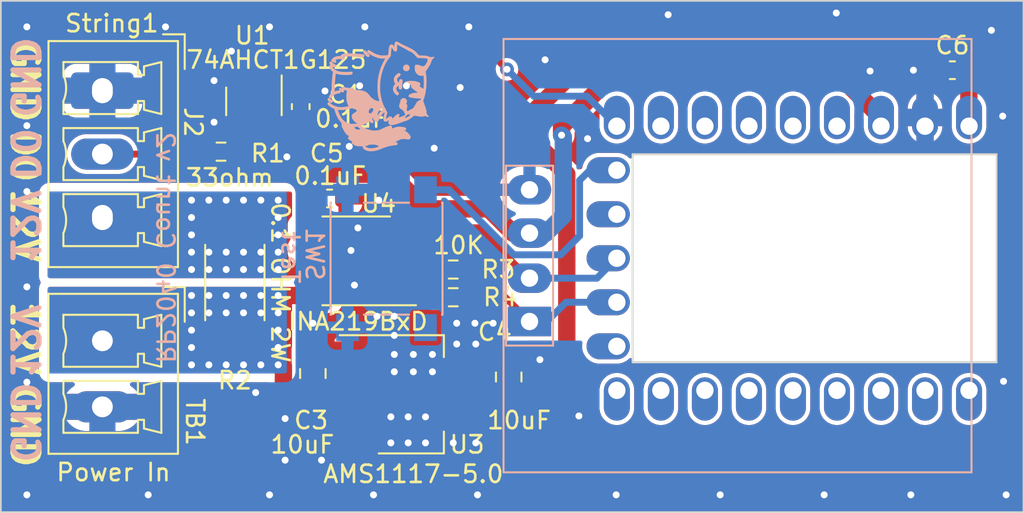
<source format=kicad_pcb>
(kicad_pcb (version 20240108) (generator "pcbnew") (generator_version "8.0")
  (title_block (title "RP2040 Count") (date "2024-02-11") (rev "v2"))
  (layers (0 "F.Cu" signal) (31 "B.Cu" signal) (34 "B.Paste" user) (35 "F.Paste" user) (36 "B.SilkS" user "B.Silkscreen") (37 "F.SilkS" user "F.Silkscreen") (38 "B.Mask" user) (39 "F.Mask" user) (44 "Edge.Cuts" user))
  (net 0 "")
  (net 1 "+5V")
  (net 2 "GND")
  (net 3 "VIN1")
  (net 4 "+3.3V")
  (net 5 "/DOUT1")
  (net 6 "VOUT1")
  (net 7 "I2C_SDA")
  (net 8 "I2C_SCL")
  (net 9 "Net-(R1-Pad2)")
  (net 10 "Net-(U4-A0)")
  (net 11 "Net-(U4-A1)")
  (net 12 "SW1")
  (net 13 "OUT1")
  (footprint "Resistor_SMD:R_2512_6332Metric_Pad1.40x3.35mm_HandSolder" (layer "F.Cu") (at 113 88.75 90)
    (property "Reference" "R2" (at -5.65 0 180) (layer "F.SilkS"))
    (property "Value" "0.1 OHM 2W" (at 0 2.62 -90) (layer "F.SilkS"))
    (pad "1" smd roundrect (at -3.05 0 90) (size 1.4 3.35) (layers "F.Cu" "F.Paste" "F.Mask") (roundrect_rratio 0.1785707143) (net 3 "VIN1"))
    (pad "2" smd roundrect (at 3.05 0 90) (size 1.4 3.35) (layers "F.Cu" "F.Paste" "F.Mask") (roundrect_rratio 0.1785707143) (net 6 "VOUT1"))
  )
  (footprint "Connector_Phoenix_MC:PhoenixContact_MCV_1,5_2-G-3.81_1x02_P3.81mm_Vertical" (layer "F.Cu") (at 105.3575 92.1125 -90)
    (property "Reference" "TB1" (at 4.6875 -5.3425 -90) (layer "F.SilkS"))
    (property "Value" "Power In" (at 7.5875 -0.6425 0) (layer "F.SilkS"))
    (pad "1" thru_hole roundrect (at 0 0 270) (size 1.8 3.6) (drill 1.2) (layers "*.Cu" "*.Mask") (roundrect_rratio 0.1388888889) (net 3 "VIN1"))
    (pad "2" thru_hole oval (at 3.81 0 270) (size 1.8 3.6) (drill 1.2) (layers "*.Cu" "*.Mask") (net 2 "GND") (thermal_bridge_width 1.5))
  )
  (footprint "Resistor_SMD:R_0603_1608Metric_Pad0.98x0.95mm_HandSolder" (layer "F.Cu") (at 125.6 88)
    (property "Reference" "R3" (at 2.6 0 0) (layer "F.SilkS"))
    (property "Value" "10K" (at 0.3125 -1.4 0) (layer "F.SilkS"))
    (pad "1" smd roundrect (at -0.9125 0) (size 0.975 0.95) (layers "F.Cu" "F.Paste" "F.Mask") (net 10 "Net-(U4-A0)"))
    (pad "2" smd roundrect (at 0.9125 0) (size 0.975 0.95) (layers "F.Cu" "F.Paste" "F.Mask") (net 2 "GND"))
  )
  (footprint "Capacitor_SMD:C_0603_1608Metric_Pad1.08x0.95mm_HandSolder" (layer "F.Cu") (at 154.4 76.5)
    (property "Reference" "C6" (at 0 -1.43 0) (layer "F.SilkS"))
    (property "Value" "0.1uF")
    (pad "1" smd roundrect (at -0.8625 0) (size 1.075 0.95) (layers "F.Cu" "F.Paste" "F.Mask") (net 2 "GND") (thermal_gap 0.25))
    (pad "2" smd roundrect (at 0.8625 0) (size 1.075 0.95) (layers "F.Cu" "F.Paste" "F.Mask") (net 1 "+5V"))
  )
  (footprint "Capacitor_SMD:C_0603_1608Metric_Pad1.08x0.95mm_HandSolder" (layer "F.Cu") (at 116.8 78.6 90)
    (property "Reference" "C1" (at 0.7 2.6 180) (layer "F.SilkS"))
    (property "Value" "0.1uF" (at -0.7 2.9 180) (layer "F.SilkS"))
    (pad "1" smd roundrect (at -0.8625 0 90) (size 1.075 0.95) (layers "F.Cu" "F.Paste" "F.Mask") (net 1 "+5V"))
    (pad "2" smd roundrect (at 0.8625 0 90) (size 1.075 0.95) (layers "F.Cu" "F.Paste" "F.Mask") (net 2 "GND") (thermal_gap 0.25))
  )
  (footprint "Package_SO:TSOP-5_1.65x3.05mm_P0.95mm" (layer "F.Cu") (at 114.1 78.3 -90)
    (property "Reference" "U1" (at -3.8 0.1 180) (layer "F.SilkS"))
    (property "Value" "74AHCT1G125" (at -2.4 -1.3 180) (layer "F.SilkS"))
    (pad "1" smd rect (at -1.16 -0.95 270) (size 0.7 0.51) (layers "F.Cu" "F.Paste" "F.Mask") (net 2 "GND") (thermal_gap 0.25))
    (pad "2" smd rect (at -1.16 0 270) (size 0.7 0.51) (layers "F.Cu" "F.Paste" "F.Mask") (net 13 "OUT1"))
    (pad "3" smd rect (at -1.16 0.95 270) (size 0.7 0.51) (layers "F.Cu" "F.Paste" "F.Mask") (net 2 "GND") (thermal_gap 0.25))
    (pad "4" smd rect (at 1.16 0.95 270) (size 0.7 0.51) (layers "F.Cu" "F.Paste" "F.Mask") (net 9 "Net-(R1-Pad2)"))
    (pad "5" smd rect (at 1.16 -0.95 270) (size 0.7 0.51) (layers "F.Cu" "F.Paste" "F.Mask") (net 1 "+5V"))
  )
  (footprint "Package_SO:SOIC-8_3.9x4.9mm_P1.27mm" (layer "F.Cu") (at 120 87.5 180)
    (property "Reference" "U4" (at -1.3 3.3 0) (layer "F.SilkS"))
    (property "Value" "INA219BxD" (at -0.1 -3.5 0) (layer "F.SilkS"))
    (pad "1" smd roundrect (at -2.475 -1.905 180) (size 1.95 0.6) (layers "F.Cu" "F.Paste" "F.Mask") (net 11 "Net-(U4-A1)"))
    (pad "2" smd roundrect (at -2.475 -0.635 180) (size 1.95 0.6) (layers "F.Cu" "F.Paste" "F.Mask") (net 10 "Net-(U4-A0)"))
    (pad "3" smd roundrect (at -2.475 0.635 180) (size 1.95 0.6) (layers "F.Cu" "F.Paste" "F.Mask") (net 7 "I2C_SDA"))
    (pad "4" smd roundrect (at -2.475 1.905 180) (size 1.95 0.6) (layers "F.Cu" "F.Paste" "F.Mask") (net 8 "I2C_SCL"))
    (pad "5" smd roundrect (at 2.475 1.905 180) (size 1.95 0.6) (layers "F.Cu" "F.Paste" "F.Mask") (net 4 "+3.3V"))
    (pad "6" smd roundrect (at 2.475 0.635 180) (size 1.95 0.6) (layers "F.Cu" "F.Paste" "F.Mask") (net 2 "GND"))
    (pad "7" smd roundrect (at 2.475 -0.635 180) (size 1.95 0.6) (layers "F.Cu" "F.Paste" "F.Mask") (net 6 "VOUT1"))
    (pad "8" smd roundrect (at 2.475 -1.905 180) (size 1.95 0.6) (layers "F.Cu" "F.Paste" "F.Mask") (net 3 "VIN1"))
  )
  (footprint "Capacitor_SMD:C_0805_2012Metric_Pad1.18x1.45mm_HandSolder" (layer "F.Cu") (at 128.8 94.2 90)
    (property "Reference" "C4" (at 2.6 -0.8 180) (layer "F.SilkS"))
    (property "Value" "10uF" (at -2.5 0.6 180) (layer "F.SilkS"))
    (pad "1" smd roundrect (at -1.0375 0 90) (size 1.175 1.45) (layers "F.Cu" "F.Paste" "F.Mask") (roundrect_rratio 0.2127659574) (net 1 "+5V"))
    (pad "2" smd roundrect (at 1.0375 0 90) (size 1.175 1.45) (layers "F.Cu" "F.Paste" "F.Mask") (roundrect_rratio 0.2127659574) (net 2 "GND"))
  )
  (footprint "mcu:rp2040-zero-tht" (layer "F.Cu") (at 145.2 87.35 -90)
    (property "Reference" "U2" (hide yes))
    (property "Value" "rp2040-zero" (hide yes))
    (fp_line (start -6 9.25) (end 6 9.25) (stroke (width 0.12)) (layer "Edge.Cuts"))
    (fp_line (start 6 9.25) (end 6 -11.75) (stroke (width 0.12)) (layer "Edge.Cuts"))
    (fp_line (start -6 -11.75) (end -6 9.25) (stroke (width 0.12)) (layer "Edge.Cuts"))
    (pad "1" thru_hole oval (at 7.62 -10.16 90) (size 2.5 1.5) (drill 1 (offset -0.5 0)) (layers "*.Cu" "*.Mask"))
    (pad "2" thru_hole oval (at 7.62 -7.62 90) (size 2.5 1.5) (drill 1 (offset -0.5 0)) (layers "*.Cu" "*.Mask"))
    (pad "3" thru_hole oval (at 7.62 -5.08 90) (size 2.5 1.5) (drill 1 (offset -0.5 0)) (layers "*.Cu" "*.Mask"))
    (pad "4" thru_hole oval (at 7.62 -2.54 90) (size 2.5 1.5) (drill 1 (offset -0.5 0)) (layers "*.Cu" "*.Mask"))
    (pad "5" thru_hole oval (at 7.62 0 90) (size 2.5 1.5) (drill 1 (offset -0.5 0)) (layers "*.Cu" "*.Mask"))
    (pad "6" thru_hole oval (at 7.62 2.54 90) (size 2.5 1.5) (drill 1 (offset -0.5 0)) (layers "*.Cu" "*.Mask"))
    (pad "7" thru_hole oval (at 7.62 5.08 90) (size 2.5 1.5) (drill 1 (offset -0.5 0)) (layers "*.Cu" "*.Mask"))
    (pad "8" thru_hole oval (at 7.62 7.62 90) (size 2.5 1.5) (drill 1 (offset -0.5 0)) (layers "*.Cu" "*.Mask"))
    (pad "9" thru_hole oval (at 7.62 10.16 90) (size 2.5 1.5) (drill 1 (offset -0.5 0)) (layers "*.Cu" "*.Mask"))
    (pad "10" thru_hole oval (at 5.08 10.16) (size 2.5 1.5) (drill 1 (offset -0.5 0)) (layers "*.Cu" "*.Mask"))
    (pad "11" thru_hole oval (at 2.54 10.16) (size 2.5 1.5) (drill 1 (offset -0.5 0)) (layers "*.Cu" "*.Mask") (net 7 "I2C_SDA"))
    (pad "12" thru_hole oval (at 0 10.16) (size 2.5 1.5) (drill 1 (offset -0.5 0)) (layers "*.Cu" "*.Mask") (net 8 "I2C_SCL"))
    (pad "13" thru_hole oval (at -2.54 10.16) (size 2.5 1.5) (drill 1 (offset -0.5 0)) (layers "*.Cu" "*.Mask"))
    (pad "14" thru_hole oval (at -5.08 10.16) (size 2.5 1.5) (drill 1 (offset -0.5 0)) (layers "*.Cu" "*.Mask") (net 12 "SW1"))
    (pad "15" thru_hole oval (at -7.62 10.16 270) (size 2.5 1.5) (drill 1 (offset -0.5 0)) (layers "*.Cu" "*.Mask") (net 13 "OUT1"))
    (pad "16" thru_hole oval (at -7.62 7.62 270) (size 2.5 1.5) (drill 1 (offset -0.5 0)) (layers "*.Cu" "*.Mask"))
    (pad "17" thru_hole oval (at -7.62 5.08 270) (size 2.5 1.5) (drill 1 (offset -0.5 0)) (layers "*.Cu" "*.Mask"))
    (pad "18" thru_hole oval (at -7.62 2.54 270) (size 2.5 1.5) (drill 1 (offset -0.5 0)) (layers "*.Cu" "*.Mask"))
    (pad "19" thru_hole oval (at -7.62 0 270) (size 2.5 1.5) (drill 1 (offset -0.5 0)) (layers "*.Cu" "*.Mask"))
    (pad "20" thru_hole oval (at -7.62 -2.54 270) (size 2.5 1.5) (drill 1 (offset -0.5 0)) (layers "*.Cu" "*.Mask"))
    (pad "21" thru_hole oval (at -7.62 -5.08 270) (size 2.5 1.5) (drill 1 (offset -0.5 0)) (layers "*.Cu" "*.Mask") (net 4 "+3.3V"))
    (pad "22" thru_hole oval (at -7.62 -7.62 270) (size 2.5 1.5) (drill 1 (offset -0.5 0)) (layers "*.Cu" "*.Mask") (net 2 "GND") (thermal_bridge_width 1) (thermal_gap 0.25))
    (pad "23" thru_hole oval (at -7.62 -10.16 270) (size 2.5 1.5) (drill 1 (offset -0.5 0)) (layers "*.Cu" "*.Mask") (net 1 "+5V"))
  )
  (footprint "Resistor_SMD:R_0603_1608Metric_Pad0.98x0.95mm_HandSolder" (layer "F.Cu") (at 112.2 81.2)
    (property "Reference" "R1" (at 2.7 0.1 0) (layer "F.SilkS"))
    (property "Value" "33ohm" (at 0.5 1.5 0) (layer "F.SilkS"))
    (pad "1" smd roundrect (at -0.9125 0) (size 0.975 0.95) (layers "F.Cu" "F.Paste" "F.Mask") (net 5 "/DOUT1"))
    (pad "2" smd roundrect (at 0.9125 0) (size 0.975 0.95) (layers "F.Cu" "F.Paste" "F.Mask") (net 9 "Net-(R1-Pad2)"))
  )
  (footprint "Package_TO_SOT_SMD:SOT-223-3_TabPin2" (layer "F.Cu") (at 123.15 95.2)
    (property "Reference" "U3" (at 3.25 2.9 0) (layer "F.SilkS"))
    (property "Value" "AMS1117-5.0" (at 0.15 4.6 0) (layer "F.SilkS"))
    (pad "1" smd rect (at -3.15 -2.3) (size 2 1.5) (layers "F.Cu" "F.Paste" "F.Mask") (net 2 "GND") (thermal_bridge_width 2) (thermal_gap 0.25))
    (pad "2" smd rect (at -3.15 0) (size 2 1.5) (layers "F.Cu" "F.Paste" "F.Mask") (net 1 "+5V"))
    (pad "2" smd rect (at 3.15 0) (size 2 3.8) (layers "F.Cu" "F.Paste" "F.Mask") (net 1 "+5V"))
    (pad "3" smd rect (at -3.15 2.3) (size 2 1.5) (layers "F.Cu" "F.Paste" "F.Mask") (net 3 "VIN1"))
  )
  (footprint "Capacitor_SMD:C_0603_1608Metric_Pad1.08x0.95mm_HandSolder" (layer "F.Cu") (at 118.4625 83.9)
    (property "Reference" "C5" (at -0.1625 -2.6 0) (layer "F.SilkS"))
    (property "Value" "0.1uF" (at 0.0375 -1.3 0) (layer "F.SilkS"))
    (pad "1" smd roundrect (at -0.8625 0) (size 1.075 0.95) (layers "F.Cu" "F.Paste" "F.Mask") (net 4 "+3.3V"))
    (pad "2" smd roundrect (at 0.8625 0) (size 1.075 0.95) (layers "F.Cu" "F.Paste" "F.Mask") (net 2 "GND"))
  )
  (footprint "Capacitor_SMD:C_0805_2012Metric_Pad1.18x1.45mm_HandSolder" (layer "F.Cu") (at 117.5 94 90)
    (property "Reference" "C3" (at -2.7 -0.1 180) (layer "F.SilkS"))
    (property "Value" "10uF" (at -4.1 -0.6 180) (layer "F.SilkS"))
    (pad "1" smd roundrect (at -1.0375 0 90) (size 1.175 1.45) (layers "F.Cu" "F.Paste" "F.Mask") (roundrect_rratio 0.2127659574) (net 3 "VIN1"))
    (pad "2" smd roundrect (at 1.0375 0 90) (size 1.175 1.45) (layers "F.Cu" "F.Paste" "F.Mask") (roundrect_rratio 0.2127659574) (net 2 "GND") (thermal_bridge_width 1.5) (thermal_gap 0.25))
  )
  (footprint "Resistor_SMD:R_0603_1608Metric_Pad0.98x0.95mm_HandSolder" (layer "F.Cu") (at 125.6 89.6)
    (property "Reference" "R4" (at 2.7 0 0) (layer "F.SilkS"))
    (property "Value" "10K")
    (pad "1" smd roundrect (at -0.9125 0) (size 0.975 0.95) (layers "F.Cu" "F.Paste" "F.Mask") (net 11 "Net-(U4-A1)"))
    (pad "2" smd roundrect (at 0.9125 0) (size 0.975 0.95) (layers "F.Cu" "F.Paste" "F.Mask") (net 2 "GND"))
  )
  (footprint "Scotts:PhoenixContact_MCV_3.81mm_3.5mm_1x03_Vertical" (layer "F.Cu") (at 105.3575 77.53 -90)
    (property "Reference" "J2" (at 1.97 -5.2425 -90) (layer "F.SilkS"))
    (property "Value" "String1" (at -3.73 -0.5425 0) (layer "F.SilkS"))
    (pad "1" thru_hole roundrect (at 0.15 0 270) (size 2.1 3.6) (drill oval 1.45 1.2) (layers "*.Cu" "*.Mask") (roundrect_rratio 0.1388890476) (net 2 "GND") (thermal_bridge_width 1.5))
    (pad "2" thru_hole oval (at 3.81 0 270) (size 1.8 3.6) (drill 1.2) (layers "*.Cu" "*.Mask") (net 5 "/DOUT1"))
    (pad "3" thru_hole oval (at 7.47 0 270) (size 2.1 3.6) (drill oval 1.45 1.2) (layers "*.Cu" "*.Mask") (net 6 "VOUT1"))
  )
  (footprint "Scotts:chewi_10" (layer "B.Cu") (at 122.2 78.15 90)
    (property "Reference" "G***")
    (property "Value" "LOGO" (hide yes))
  )
  (footprint "Scotts:OLED-SSD1306-128X64-I2C-THT_SCOTT2" (layer "B.Cu") (at 130 87.2 -90)
    (property "Reference" "J3" (hide yes))
    (property "Value" "OLED")
    (pad "1" thru_hole rect (at 3.8 0 270) (size 1.7 2.5) (drill 1) (layers "*.Cu" "*.Mask") (net 7 "I2C_SDA"))
    (pad "2" thru_hole oval (at 1.3 0 270) (size 1.7 2.5) (drill 1) (layers "*.Cu" "*.Mask") (net 8 "I2C_SCL"))
    (pad "3" thru_hole oval (at -1.3 0 270) (size 1.7 2.5) (drill 1) (layers "*.Cu" "*.Mask") (net 4 "+3.3V"))
    (pad "4" thru_hole oval (at -3.8 0 270) (size 1.7 2.5) (drill 1) (layers "*.Cu" "*.Mask") (net 2 "GND"))
  )
  (footprint "Button_Switch_SMD:SW_Push_1P1T_NO_6x6mm_H9.5mm" (layer "B.Cu") (at 121.75 87.375 90)
    (property "Reference" "SW1" (at 0.275 -4.15 -90) (layer "B.SilkS") (effects (justify mirror)))
    (property "Value" "Test" (at 0.075 -5.55 -90) (layer "B.SilkS") (effects (justify mirror)))
    (pad "1" smd rect (at -3.975 2.25 90) (size 1.55 1.3) (layers "B.Cu" "B.Paste" "B.Mask") (net 12 "SW1"))
    (pad "1" smd rect (at 3.975 2.25 90) (size 1.55 1.3) (layers "B.Cu" "B.Paste" "B.Mask") (net 12 "SW1"))
    (pad "2" smd rect (at -3.975 -2.25 90) (size 1.55 1.3) (layers "B.Cu" "B.Paste" "B.Mask") (net 2 "GND"))
    (pad "2" smd rect (at 3.975 -2.25 90) (size 1.55 1.3) (layers "B.Cu" "B.Paste" "B.Mask") (net 2 "GND"))
  )
  (gr_line (start 156.95 81.35) (end 156.95 93.35) (stroke (width 0.1)) (layer "Edge.Cuts"))
  (gr_rect (start 99.5 72.5) (end 158.5 102) (stroke (width 0.1)) (fill none) (layer "Edge.Cuts"))
  (gr_text "GND" (at 100 99.3 -90) (layer "B.SilkS") (effects (font (size 1.5 1.5) (thickness 0.3) (bold yes)) (justify left bottom mirror)))
  (gr_text "12V" (at 100 94.4 -90) (layer "B.SilkS") (effects (font (size 1.5 1.5) (thickness 0.3) (bold yes)) (justify left bottom mirror)))
  (gr_text "D0" (at 100 83 -90) (layer "B.SilkS") (effects (font (size 1.5 1.5) (thickness 0.3) (bold yes)) (justify left bottom mirror)))
  (gr_text "12V" (at 100 87.8 -90) (layer "B.SilkS") (effects (font (size 1.5 1.5) (thickness 0.3) (bold yes)) (justify left bottom mirror)))
  (gr_text "GND" (at 100 79.4 -90) (layer "B.SilkS") (effects (font (size 1.5 1.5) (thickness 0.3) (bold yes)) (justify left bottom mirror)))
  (gr_text "${TITLE} ${REVISION}" (at 108.4 93.5 270) (layer "B.SilkS") (effects (font (size 1 1)) (justify left bottom mirror)))
  (gr_text "12V" (at 100 83.2 -90) (layer "F.SilkS") (effects (font (size 1.5 1.5) (thickness 0.3) (bold yes)) (justify left bottom)))
  (gr_text "GND" (at 100 74.7 270) (layer "F.SilkS") (effects (font (size 1.5 1.5) (thickness 0.3) (bold yes)) (justify left bottom)))
  (gr_text "GND" (at 100 94.6 270) (layer "F.SilkS") (effects (font (size 1.5 1.5) (thickness 0.3) (bold yes)) (justify left bottom)))
  (gr_text "12V" (at 100 89.7 -90) (layer "F.SilkS") (effects (font (size 1.5 1.5) (thickness 0.3) (bold yes)) (justify left bottom)))
  (gr_text "D0" (at 100 79.8 270) (layer "F.SilkS") (effects (font (size 1.5 1.5) (thickness 0.3) (bold yes)) (justify left bottom)))
  (segment (start 126.3 95.2) (end 120 95.2) (width 1) (layer "F.Cu") (net 1))
  (segment (start 132.15 82.5) (end 129.1125 79.4625) (width 1) (layer "F.Cu") (net 1))
  (segment (start 154.7375 74.7) (end 155.2625 75.225) (width 1) (layer "F.Cu") (net 1))
  (segment (start 155.35 76.5875) (end 155.35 79.72) (width 1) (layer "F.Cu") (net 1))
  (segment (start 128.7625 95.2) (end 126.3 95.2) (width 1) (layer "F.Cu") (net 1))
  (segment (start 128.8 95.2375) (end 128.7625 95.2) (width 1) (layer "F.Cu") (net 1))
  (segment (start 155.2625 75.225) (end 155.2625 76.5) (width 1) (layer "F.Cu") (net 1))
  (segment (start 128.8375 95.2) (end 128.8 95.2375) (width 1) (layer "F.Cu") (net 1))
  (segment (start 155.35 79.72) (end 155.36 79.73) (width 1) (layer "F.Cu") (net 1))
  (segment (start 115.05 79.46) (end 116.7975 79.46) (width 1) (layer "F.Cu") (net 1))
  (segment (start 131.5 95.2375) (end 132.15 94.5875) (width 1) (layer "F.Cu") (net 1))
  (segment (start 133.35 75.8) (end 148 75.8) (width 1) (layer "F.Cu") (net 1))
  (segment (start 116.7975 79.46) (end 116.8 79.4625) (width 1) (layer "F.Cu") (net 1))
  (segment (start 128.8 95.2375) (end 131.5 95.2375) (width 1) (layer "F.Cu") (net 1))
  (segment (start 149.1 74.7) (end 154.7375 74.7) (width 1) (layer "F.Cu") (net 1))
  (segment (start 132.15 94.5875) (end 132.15 82.5) (width 1) (layer "F.Cu") (net 1))
  (segment (start 155.2625 76.5) (end 155.35 76.5875) (width 1) (layer "F.Cu") (net 1))
  (segment (start 129.1125 79.4625) (end 116.8 79.4625) (width 1) (layer "F.Cu") (net 1))
  (segment (start 129.8 79.35) (end 133.35 75.8) (width 1) (layer "F.Cu") (net 1))
  (segment (start 148 75.8) (end 149.1 74.7) (width 1) (layer "F.Cu") (net 1))
  (segment (start 119.4 86.6) (end 119.4 83.975) (width 0.4) (layer "F.Cu") (net 2))
  (segment (start 128.8 93.1625) (end 128.7625 93.1625) (width 0.4) (layer "F.Cu") (net 2))
  (segment (start 119.7 86.9) (end 119.4 86.6) (width 0.4) (layer "F.Cu") (net 2))
  (segment (start 119.665 86.865) (end 119.7 86.9) (width 0.4) (layer "F.Cu") (net 2))
  (segment (start 127.45 91.85) (end 127 92.3) (width 0.4) (layer "F.Cu") (net 2))
  (segment (start 119.4 83.975) (end 119.325 83.9) (width 0.4) (layer "F.Cu") (net 2))
  (segment (start 117.525 86.865) (end 119.665 86.865) (width 0.4) (layer "F.Cu") (net 2))
  (segment (start 128.7625 93.1625) (end 127.45 91.85) (width 0.9) (layer "F.Cu") (net 2))
  (via (at 119.9 88.9) (size 0.8) (drill 0.4) (layers "F.Cu" "B.Cu") (net 2))
  (via (at 124.4 93.9) (size 0.8) (drill 0.4) (layers "F.Cu" "B.Cu") (net 2))
  (via (at 118 99) (size 0.8) (drill 0.4) (layers "F.Cu" "B.Cu") (net 2))
  (via (at 125.8 92.3) (size 0.8) (drill 0.4) (layers "F.Cu" "B.Cu") (net 2))
  (via (at 108 101) (size 0.8) (drill 0.4) (layers "F.Cu" "B.Cu") (net 2))
  (via (at 115.9 99) (size 0.8) (drill 0.4) (layers "F.Cu" "B.Cu") (net 2))
  (via (at 101 74) (size 0.8) (drill 0.4) (layers "F.Cu" "B.Cu") (net 2))
  (via (at 133.35 80.45) (size 0.8) (drill 0.4) (layers "F.Cu" "B.Cu") (net 2))
  (via (at 111.8 79.5) (size 0.8) (drill 0.4) (layers "F.Cu" "B.Cu") (net 2))
  (via (at 156.65 74.2) (size 0.8) (drill 0.4) (layers "F.Cu" "B.Cu") (net 2))
  (via (at 152 101) (size 0.8) (drill 0.4) (layers "F.Cu" "B.Cu") (net 2))
  (via (at 125.6 98) (size 0.8) (drill 0.4) (layers "F.Cu" "B.Cu") (net 2))
  (via (at 122.2 93.9) (size 0.8) (drill 0.4) (layers "F.Cu" "B.Cu") (net 2))
  (via (at 122.2 90.7) (size 0.8) (drill 0.4) (layers "F.Cu" "B.Cu") (net 2))
  (via (at 114.2 95.1) (size 0.8) (drill 0.4) (layers "F.Cu" "B.Cu") (net 2))
  (via (at 124.5 81) (size 0.8) (drill 0.4) (layers "F.Cu" "B.Cu") (net 2))
  (via (at 123.3 92.9) (size 0.8) (drill 0.4) (layers "F.Cu" "B.Cu") (net 2))
  (via (at 138 73.3) (size 0.8) (drill 0.4) (layers "F.Cu" "B.Cu") (net 2))
  (via (at 111.8 77.1) (size 0.8) (drill 0.4) (layers "F.Cu" "B.Cu") (net 2))
  (via (at 126.5 74) (size 0.8) (drill 0.4) (layers "F.Cu" "B.Cu") (net 2))
  (via (at 122 96.5) (size 0.8) (drill 0.4) (layers "F.Cu" "B.Cu") (net 2))
  (via (at 126 77.5) (size 0.8) (drill 0.4) (layers "F.Cu" "B.Cu") (net 2))
  (via (at 101 94.5) (size 0.8) (drill 0.4) (layers "F.Cu" "B.Cu") (net 2))
  (via (at 112.8 75.4) (size 0.8) (drill 0.4) (layers "F.Cu" "B.Cu") (net 2))
  (via (at 132.85 96.45) (size 0.8) (drill 0.4) (layers "F.Cu" "B.Cu") (net 2))
  (via (at 124.4 92.9) (size 0.8) (drill 0.4) (layers "F.Cu" "B.Cu") (net 2))
  (via (at 124 96.5) (size 0.8) (drill 0.4) (layers "F.Cu" "B.Cu") (net 2))
  (via (at 116 81.5) (size 0.8) (drill 0.4) (layers "F.Cu" "B.Cu") (net 2))
  (via (at 122 98) (size 0.8) (drill 0.4) (layers "F.Cu" "B.Cu") (net 2))
  (via (at 120.5 74) (size 0.8) (drill 0.4) (layers "F.Cu" "B.Cu") (net 2))
  (via (at 157.35 94.45) (size 0.8) (drill 0.4) (layers "F.Cu" "B.Cu") (net 2))
  (via (at 121.2 90.7) (size 0.8) (drill 0.4) (layers "F.Cu" "B.Cu") (net 2))
  (via (at 122.9 77.4) (size 0.8) (drill 0.4) (layers "F.Cu" "B.Cu") (net 2))
  (via (at 101 83.5) (size 0.8) (drill 0.4) (layers "F.Cu" "B.Cu") (net 2))
  (via (at 120.2 77.4) (size 0.8) (drill 0.4) (layers "F.Cu" "B.Cu") (net 2))
  (via (at 147 101) (size 0.8) (drill 0.4) (layers "F.Cu" "B.Cu") (net 2))
  (via (at 127.9 91.1) (size 0.8) (drill 0.4) (layers "F.Cu" "B.Cu") (net 2))
  (via (at 119.7 86.9) (size 0.8) (drill 0.4) (layers "F.Cu" "B.Cu") (net 2))
  (via (at 141 101) (size 0.8) (drill 0.4) (layers "F.Cu" "B.Cu") (net 2))
  (via (at 122.2 92.9) (size 0.8) (drill 0.4) (layers "F.Cu" "B.Cu") (net 2))
  (via (at 157.5 101) (size 0.8) (drill 0.4) (layers "F.Cu" "B.Cu") (net 2))
  (via (at 101 89) (size 0.8) (drill 0.4) (layers "F.Cu" "B.Cu") (net 2))
  (via (at 126.9 92.3) (size 0.8) (drill 0.4) (layers "F.Cu" "B.Cu") (net 2))
  (via (at 120.1 85.6) (size 0.8) (drill 0.4) (layers "F.Cu" "B.Cu") (net 2))
  (via (at 118.2 77.7) (size 0.8) (drill 0.4) (layers "F.Cu" "B.Cu") (net 2))
  (via (at 157.3 79.15) (size 0.8) (drill 0.4) (layers "F.Cu" "B.Cu") (net 2))
  (via (at 130.9 75.9) (size 0.8) (drill 0.4) (layers "F.Cu" "B.Cu") (net 2))
  (via (at 122.2 91.8) (size 0.8) (drill 0.4) (layers "F.Cu" "B.Cu") (net 2))
  (via (at 149.65 76.55) (size 0.8) (drill 0.4) (layers "F.Cu" "B.Cu") (net 2))
  (via (at 126.9 98) (size 0.8) (drill 0.4) (layers "F.Cu" "B.Cu") (net 2))
  (via (at 121 101) (size 0.8) (drill 0.4) (layers "F.Cu" "B.Cu") (net 2))
  (via (at 109 74) (size 0.8) (drill 0.4) (layers "F.Cu" "B.Cu") (net 2))
  (via (at 123 98) (size 0.8) (drill 0.4) (layers "F.Cu" "B.Cu") (net 2))
  (via (at 135 101) (size 0.8) (drill 0.4) (layers "F.Cu" "B.Cu") (net 2))
  (via (at 130.6 93.2) (size 0.8) (drill 0.4) (layers "F.Cu" "B.Cu") (net 2))
  (via (at 115 74) (size 0.8) (drill 0.4) (layers "F.Cu" "B.Cu") (net 2))
  (via (at 124 98) (size 0.8) (drill 0.4) (layers "F.Cu" "B.Cu") (net 2))
  (via (at 101 79.7) (size 0.8) (drill 0.4) (layers "F.Cu" "B.Cu") (net 2))
  (via (at 117.5 91.1) (size 0.8) (drill 0.4) (layers "F.Cu" "B.Cu") (net 2))
  (via (at 101 101) (size 0.8) (drill 0.4) (layers "F.Cu" "B.Cu") (net 2))
  (via (at 121.3 84) (size 0.8) (drill 0.4) (layers "F.Cu" "B.Cu") (net 2))
  (via (at 147.7 73.2) (size 0.8) (drill 0.4) (layers "F.Cu" "B.Cu") (net 2))
  (via (at 152.15 76.5) (size 0.8) (drill 0.4) (layers "F.Cu" "B.Cu") (net 2))
  (via (at 115.9 96.6) (size 0.8) (drill 0.4) (layers "F.Cu" "B.Cu") (net 2))
  (via (at 125.8 91.1) (size 0.8) (drill 0.4) (layers "F.Cu" "B.Cu") (net 2))
  (via (at 127 101) (size 0.8) (drill 0.4) (layers "F.Cu" "B.Cu") (net 2))
  (via (at 123.3 93.9) (size 0.8) (drill 0.4) (layers "F.Cu" "B.Cu") (net 2))
  (via (at 123 96.5) (size 0.8) (drill 0.4) (layers "F.Cu" "B.Cu") (net 2))
  (via (at 126.85 91.1) (size 0.8) (drill 0.4) (layers "F.Cu" "B.Cu") (net 2))
  (via (at 119.6 80.9) (size 0.8) (drill 0.4) (layers "F.Cu" "B.Cu") (net 2))
  (via (at 115 101) (size 0.8) (drill 0.4) (layers "F.Cu" "B.Cu") (net 2))
  (segment (start 120 97.5) (end 118 97.5) (width 1) (layer "F.Cu") (net 3))
  (segment (start 115.8 95.0375) (end 115.8 93.8) (width 1) (layer "F.Cu") (net 3))
  (segment (start 117.5 95.0375) (end 115.8 95.0375) (width 1) (layer "F.Cu") (net 3))
  (segment (start 115.8 93.8) (end 115.5 93.5) (width 1) (layer "F.Cu") (net 3))
  (segment (start 118 97.5) (end 117.5 97) (width 1) (layer "F.Cu") (net 3))
  (segment (start 117.5 97) (end 117.5 95.0375) (width 1) (layer "F.Cu") (net 3))
  (via (at 113.5 90.5) (size 0.8) (drill 0.4) (layers "F.Cu" "B.Cu") (net 3))
  (via (at 114.5 90.5) (size 0.8) (drill 0.4) (layers "F.Cu" "B.Cu") (net 3))
  (via (at 112.5 93.5) (size 0.8) (drill 0.4) (layers "F.Cu" "B.Cu") (net 3))
  (via (at 115.5 92.5) (size 0.8) (drill 0.4) (layers "F.Cu" "B.Cu") (net 3))
  (via (at 115.5 89.5) (size 0.8) (drill 0.4) (layers "F.Cu" "B.Cu") (net 3))
  (via (at 111.5 93.5) (size 0.8) (drill 0.4) (layers "F.Cu" "B.Cu") (net 3))
  (via (at 113.5 89.5) (size 0.8) (drill 0.4) (layers "F.Cu" "B.Cu") (net 3))
  (via (at 111.5 90.5) (size 0.8) (drill 0.4) (layers "F.Cu" "B.Cu") (net 3))
  (via (at 112.5 89.5) (size 0.8) (drill 0.4) (layers "F.Cu" "B.Cu") (net 3))
  (via (at 113.5 93.5) (size 0.8) (drill 0.4) (layers "F.Cu" "B.Cu") (net 3))
  (via (at 110.5 89.5) (size 0.8) (drill 0.4) (layers "F.Cu" "B.Cu") (net 3))
  (via (at 114.5 89.5) (size 0.8) (drill 0.4) (layers "F.Cu" "B.Cu") (net 3))
  (via (at 114.5 93.5) (size 0.8) (drill 0.4) (layers "F.Cu" "B.Cu") (net 3))
  (via (at 110.5 93.5) (size 0.8) (drill 0.4) (layers "F.Cu" "B.Cu") (net 3))
  (via (at 115.5 93.5) (size 0.8) (drill 0.4) (layers "F.Cu" "B.Cu") (net 3))
  (via (at 111.5 89.5) (size 0.8) (drill 0.4) (layers "F.Cu" "B.Cu") (net 3))
  (via (at 115.5 91.5) (size 0.8) (drill 0.4) (layers "F.Cu" "B.Cu") (net 3))
  (via (at 115.5 90.5) (size 0.8) (drill 0.4) (layers "F.Cu" "B.Cu") (net 3))
  (via (at 110.5 91.5) (size 0.8) (drill 0.4) (layers "F.Cu" "B.Cu") (net 3))
  (via (at 110.5 90.5) (size 0.8) (drill 0.4) (layers "F.Cu" "B.Cu") (net 3))
  (via (at 112.5 90.5) (size 0.8) (drill 0.4) (layers "F.Cu" "B.Cu") (net 3))
  (via (at 110.5 92.5) (size 0.8) (drill 0.4) (layers "F.Cu" "B.Cu") (net 3))
  (segment (start 117.6 82.5) (end 117.6 83.9) (width 1) (layer "F.Cu") (net 4))
  (segment (start 127.65 84.5) (end 124 84.5) (width 1) (layer "F.Cu") (net 4))
  (segment (start 124 84.5) (end 122 82.5) (width 1) (layer "F.Cu") (net 4))
  (segment (start 131.85 80.25) (end 131.85 79.75) (width 1) (layer "F.Cu") (net 4))
  (segment (start 117.525 83.975) (end 117.6 83.9) (width 1) (layer "F.Cu") (net 4))
  (segment (start 122 82.5) (end 117.6 82.5) (width 1) (layer "F.Cu") (net 4))
  (segment (start 129.05 85.9) (end 127.65 84.5) (width 1) (layer "F.Cu") (net 4))
  (segment (start 117.525 85.595) (end 117.525 83.975) (width 1) (layer "F.Cu") (net 4))
  (segment (start 131.85 79.75) (end 134.526472 77.073528) (width 1) (layer "F.Cu") (net 4))
  (segment (start 130 85.9) (end 129.05 85.9) (width 1) (layer "F.Cu") (net 4))
  (segment (start 150.28 79.21939) (end 150.28 79.73) (width 1) (layer "F.Cu") (net 4))
  (segment (start 134.526472 77.073528) (end 148.134138 77.073528) (width 1) (layer "F.Cu") (net 4))
  (segment (start 148.134138 77.073528) (end 150.28 79.21939) (width 1) (layer "F.Cu") (net 4))
  (via (at 131.85 80.25) (size 0.8) (drill 0.4) (layers "F.Cu" "B.Cu") (net 4))
  (segment (start 131.95 80.35) (end 131.95 84.9) (width 1) (layer "B.Cu") (net 4))
  (segment (start 131.95 84.9) (end 130.95 85.9) (width 1) (layer "B.Cu") (net 4))
  (segment (start 130.95 85.9) (end 130 85.9) (width 1) (layer "B.Cu") (net 4))
  (segment (start 131.85 80.25) (end 131.95 80.35) (width 1) (layer "B.Cu") (net 4))
  (segment (start 111.1475 81.34) (end 105.3575 81.34) (width 0.4) (layer "F.Cu") (net 5))
  (segment (start 111.2875 81.2) (end 111.1475 81.34) (width 0.4) (layer "F.Cu") (net 5))
  (via (at 115.5 86) (size 0.8) (drill 0.4) (layers "F.Cu" "B.Cu") (net 6))
  (via (at 115.5 85) (size 0.8) (drill 0.4) (layers "F.Cu" "B.Cu") (net 6))
  (via (at 112.5 84) (size 0.8) (drill 0.4) (layers "F.Cu" "B.Cu") (net 6))
  (via (at 111.5 84) (size 0.8) (drill 0.4) (layers "F.Cu" "B.Cu") (net 6))
  (via (at 115.5 84) (size 0.8) (drill 0.4) (layers "F.Cu" "B.Cu") (net 6))
  (via (at 115.5 87) (size 0.8) (drill 0.4) (layers "F.Cu" "B.Cu") (net 6))
  (via (at 110.5 85) (size 0.8) (drill 0.4) (layers "F.Cu" "B.Cu") (net 6))
  (via (at 112.5 88) (size 0.8) (drill 0.4) (layers "F.Cu" "B.Cu") (net 6))
  (via (at 114.5 84) (size 0.8) (drill 0.4) (layers "F.Cu" "B.Cu") (net 6))
  (via (at 110.5 86) (size 0.8) (drill 0.4) (layers "F.Cu" "B.Cu") (net 6))
  (via (at 111.5 88) (size 0.8) (drill 0.4) (layers "F.Cu" "B.Cu") (net 6))
  (via (at 113.5 88) (size 0.8) (drill 0.4) (layers "F.Cu" "B.Cu") (net 6))
  (via (at 110.5 88) (size 0.8) (drill 0.4) (layers "F.Cu" "B.Cu") (net 6))
  (via (at 110.5 87) (size 0.8) (drill 0.4) (layers "F.Cu" "B.Cu") (net 6))
  (via (at 111.5 87) (size 0.8) (drill 0.4) (layers "F.Cu" "B.Cu") (net 6))
  (via (at 115.5 88) (size 0.8) (drill 0.4) (layers "F.Cu" "B.Cu") (net 6))
  (via (at 110.5 84) (size 0.8) (drill 0.4) (layers "F.Cu" "B.Cu") (net 6))
  (via (at 114.5 87) (size 0.8) (drill 0.4) (layers "F.Cu" "B.Cu") (net 6))
  (via (at 113.5 84) (size 0.8) (drill 0.4) (layers "F.Cu" "B.Cu") (net 6))
  (via (at 113.5 87) (size 0.8) (drill 0.4) (layers "F.Cu" "B.Cu") (net 6))
  (via (at 112.5 87) (size 0.8) (drill 0.4) (layers "F.Cu" "B.Cu") (net 6))
  (via (at 114.5 88) (size 0.8) (drill 0.4) (layers "F.Cu" "B.Cu") (net 6))
  (segment (start 130 91) (end 127.8 88.8) (width 0.4) (layer "F.Cu") (net 7))
  (segment (start 127.8 88.8) (end 127.8 87.4) (width 0.4) (layer "F.Cu") (net 7))
  (segment (start 127.8 87.4) (end 127.265 86.865) (width 0.4) (layer "F.Cu") (net 7))
  (segment (start 127.265 86.865) (end 122.475 86.865) (width 0.4) (layer "F.Cu") (net 7))
  (segment (start 132.11 89.89) (end 135.04 89.89) (width 0.4) (layer "B.Cu") (net 7))
  (segment (start 130 91) (end 131 91) (width 0.4) (layer "B.Cu") (net 7))
  (segment (start 131 91) (end 132.11 89.89) (width 0.4) (layer "B.Cu") (net 7))
  (segment (start 127.045 85.595) (end 122.475 85.595) (width 0.4) (layer "F.Cu") (net 8))
  (segment (start 130 88.5) (end 129.95 88.5) (width 0.4) (layer "F.Cu") (net 8))
  (segment (start 129.95 88.5) (end 127.045 85.595) (width 0.4) (layer "F.Cu") (net 8))
  (segment (start 130 88.5) (end 133.89 88.5) (width 0.4) (layer "B.Cu") (net 8))
  (segment (start 133.89 88.5) (end 135.04 87.35) (width 0.4) (layer "B.Cu") (net 8))
  (segment (start 113.15 81.1625) (end 113.1125 81.2) (width 0.4) (layer "F.Cu") (net 9))
  (segment (start 113.15 79.46) (end 113.15 81.1625) (width 0.4) (layer "F.Cu") (net 9))
  (segment (start 122.475 88.135) (end 124.5525 88.135) (width 0.4) (layer "F.Cu") (net 10))
  (segment (start 124.5525 88.135) (end 124.6875 88) (width 0.4) (layer "F.Cu") (net 10))
  (segment (start 124.4925 89.405) (end 124.6875 89.6) (width 0.4) (layer "F.Cu") (net 11))
  (segment (start 122.475 89.405) (end 124.4925 89.405) (width 0.4) (layer "F.Cu") (net 11))
  (segment (start 132.89 86.06) (end 131.8 87.15) (width 0.4) (layer "B.Cu") (net 12))
  (segment (start 132.89 82.86) (end 133.48 82.27) (width 0.4) (layer "B.Cu") (net 12))
  (segment (start 129.1 87.15) (end 125.35 83.4) (width 0.4) (layer "B.Cu") (net 12))
  (segment (start 132.89 86.06) (end 132.89 82.86) (width 0.4) (layer "B.Cu") (net 12))
  (segment (start 133.48 82.27) (end 135.04 82.27) (width 0.4) (layer "B.Cu") (net 12))
  (segment (start 125.35 83.4) (end 124 83.4) (width 0.4) (layer "B.Cu") (net 12))
  (segment (start 131.8 87.15) (end 129.1 87.15) (width 0.4) (layer "B.Cu") (net 12))
  (segment (start 128.7 76.45) (end 127.85 75.6) (width 0.4) (layer "F.Cu") (net 13))
  (segment (start 114.1 76.1) (end 114.1 77.14) (width 0.4) (layer "F.Cu") (net 13))
  (segment (start 127.85 75.6) (end 114.6 75.6) (width 0.4) (layer "F.Cu") (net 13))
  (segment (start 114.6 75.6) (end 114.1 76.1) (width 0.4) (layer "F.Cu") (net 13))
  (via (at 128.7 76.45) (size 0.8) (drill 0.4) (layers "F.Cu" "B.Cu") (net 13))
  (segment (start 133.31 78) (end 135.04 79.73) (width 0.4) (layer "B.Cu") (net 13))
  (segment (start 130.25 78) (end 133.31 78) (width 0.4) (layer "B.Cu") (net 13))
  (segment (start 128.7 76.45) (end 130.25 78) (width 0.4) (layer "B.Cu") (net 13))
  (zone (net 6) (net_name "VOUT1") (layer "F.Cu") (priority 4) (connect_pads yes (clearance 0.5)) (min_thickness 0.25) (fill yes (thermal_gap 0.5) (thermal_bridge_width 0.5))
    (polygon (pts (xy 102.2 83.5) (xy 116.3 83.5) (xy 116.3 87.6) (xy 118.7 87.6) (xy 118.7 88.5) (xy 102.2 88.5)))
  )
  (zone (net 0) (net_name "") (layer "F.Cu") (connect_pads (clearance 0)) (min_thickness 0.25)
    (keepout (tracks not_allowed) (vias not_allowed) (pads not_allowed) (copperpour not_allowed) (footprints allowed))
    (fill (thermal_gap 0.5) (thermal_bridge_width 0.7))
    (polygon (pts (xy 154.1 76) (xy 154.1 77) (xy 154.7 77) (xy 154.7 76)))
  )
  (zone (net 2) (net_name "GND") (layer "F.Cu") (priority 3) (connect_pads (clearance 0.25)) (min_thickness 0.25) (fill yes (thermal_gap 0.5) (thermal_bridge_width 0.7))
    (polygon (pts (xy 99.5 72.5) (xy 158.5 72.5) (xy 158.5 102) (xy 99.5 102)))
  )
  (zone (net 3) (net_name "VIN1") (layer "F.Cu") (priority 4) (connect_pads yes (clearance 0.5)) (min_thickness 0.25) (fill yes (thermal_gap 0.5) (thermal_bridge_width 0.5))
    (polygon (pts (xy 102.2 94) (xy 116.3 94) (xy 116.3 90) (xy 118.7 90) (xy 118.7 89) (xy 102.2 89)))
  )
  (zone (net 2) (net_name "GND") (layer "B.Cu") (priority 3) (connect_pads (clearance 0.25)) (min_thickness 0.25) (fill yes (thermal_gap 0.5) (thermal_bridge_width 0.7))
    (polygon (pts (xy 99.5 72.5) (xy 158.5 72.5) (xy 158.5 102) (xy 99.5 102)))
  )
  (zone (net 0) (net_name "") (layer "B.Cu") (connect_pads (clearance 0)) (min_thickness 0.25)
    (keepout (tracks not_allowed) (vias not_allowed) (pads not_allowed) (copperpour not_allowed) (footprints allowed))
    (fill (thermal_gap 0.5) (thermal_bridge_width 0.7))
    (polygon (pts (xy 128.5 88.65) (xy 131.4 88.9) (xy 131.4 90.15) (xy 128.5 90.15)))
  )
  (zone (net 0) (net_name "") (layer "B.Cu") (connect_pads (clearance 0)) (min_thickness 0.25)
    (keepout (tracks not_allowed) (vias not_allowed) (pads not_allowed) (copperpour not_allowed) (footprints allowed))
    (fill (thermal_gap 0.5) (thermal_bridge_width 0.7))
    (polygon (pts (xy 131.25 92.1) (xy 136.1 92.1) (xy 136.1 90) (xy 131.25 90)))
  )
  (zone (net 6) (net_name "VOUT1") (layer "B.Cu") (priority 4) (connect_pads yes (clearance 0.5)) (min_thickness 0.25) (fill yes (thermal_gap 0.5) (thermal_bridge_width 0.5))
    (polygon (pts (xy 102.2 83.5) (xy 116 83.5) (xy 116 88.5) (xy 102.2 88.5)))
  )
  (zone (net 3) (net_name "VIN1") (layer "B.Cu") (priority 4) (connect_pads yes (clearance 0.5)) (min_thickness 0.25) (fill yes (thermal_gap 0.5) (thermal_bridge_width 0.5))
    (polygon (pts (xy 102.2 89) (xy 116 89) (xy 116 94) (xy 102.2 94)))
  )
)
</source>
